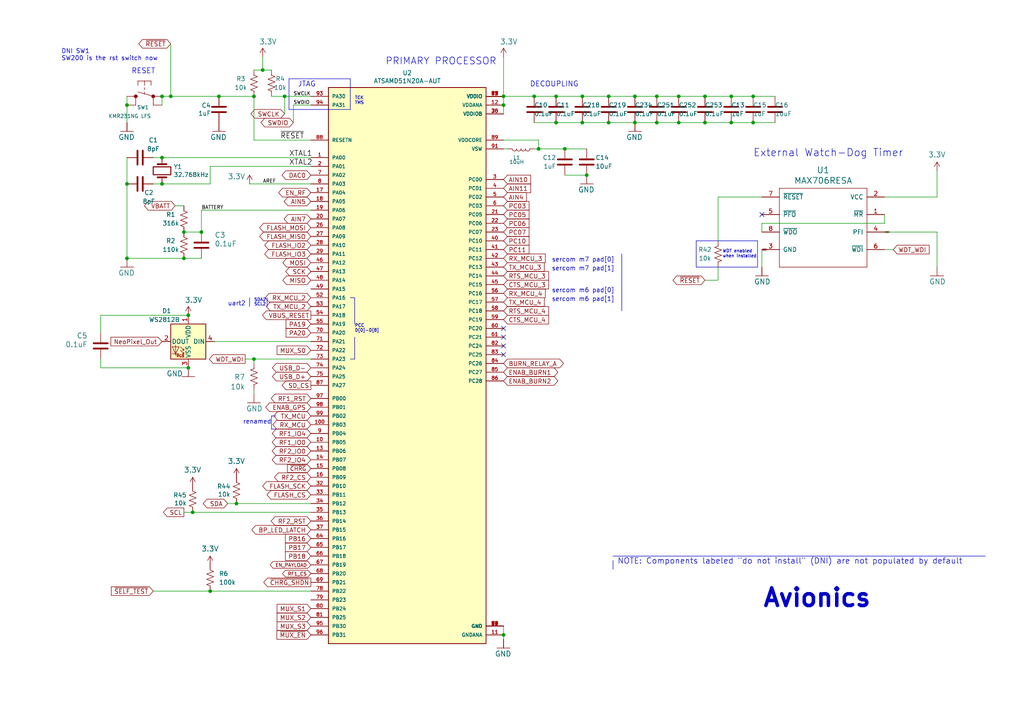
<source format=kicad_sch>
(kicad_sch (version 20230121) (generator eeschema)
  (paper "A4")
  (title_block (title "PyCubed Mainboard") (date "2021-06-09") (rev "v05c") (company "Max Holliday"))
  (lib_symbols
    (symbol "Device:C" (pin_numbers hide) (pin_names (offset 0.254))
      (property "Reference" "C" (at 0.635 2.54 0))
      (property "Value" "C" (at 0.635 -2.54 0))
      (symbol "C_0_1"
        (polyline (pts (xy -2.032 -0.762) (xy 2.032 -0.762)) (stroke (width 0.508)))
        (polyline (pts (xy -2.032 0.762) (xy 2.032 0.762)) (stroke (width 0.508)))
      )
      (symbol "C_1_1"
        (pin passive line (at 0 3.81 270) (length 2.794) (name "~") (number "1"))
        (pin passive line (at 0 -3.81 90) (length 2.794) (name "~") (number "2"))
      )
    )
    (symbol "Device:Crystal" (pin_numbers hide) (pin_names (offset 1.016) hide)
      (property "Reference" "Y" (at 0 3.81 0))
      (property "Value" "Crystal" (at 0 -3.81 0))
      (symbol "Crystal_0_1"
        (rectangle (start -1.143 2.54) (end 1.143 -2.54) (stroke (width 0.3048)))
        (polyline (pts (xy -2.54 0) (xy -1.905 0)))
        (polyline (pts (xy -1.905 -1.27) (xy -1.905 1.27)) (stroke (width 0.508)))
        (polyline (pts (xy 1.905 -1.27) (xy 1.905 1.27)) (stroke (width 0.508)))
        (polyline (pts (xy 2.54 0) (xy 1.905 0)))
      )
      (symbol "Crystal_1_1"
        (pin passive line (at -3.81 0 0) (length 1.27) (name "1") (number "1"))
        (pin passive line (at 3.81 0 180) (length 1.27) (name "2") (number "2"))
      )
    )
    (symbol "Device:L" (pin_numbers hide) (pin_names (offset 1.016) hide)
      (property "Reference" "L" (at -1.27 0 90))
      (property "Value" "L" (at 1.905 0 90))
      (symbol "L_0_1"
        (arc (start 0 -2.54) (mid 0.6323 -1.905) (end 0 -1.27))
        (arc (start 0 -1.27) (mid 0.6323 -0.635) (end 0 0))
        (arc (start 0 0) (mid 0.6323 0.635) (end 0 1.27))
        (arc (start 0 1.27) (mid 0.6323 1.905) (end 0 2.54))
      )
      (symbol "L_1_1"
        (pin passive line (at 0 3.81 270) (length 1.27) (name "1") (number "1"))
        (pin passive line (at 0 -3.81 90) (length 1.27) (name "2") (number "2"))
      )
    )
    (symbol "Device:R_US" (pin_numbers hide) (pin_names (offset 0))
      (property "Reference" "R" (at 2.54 0 90))
      (property "Value" "R_US" (at -2.54 0 90))
      (symbol "R_US_0_1"
        (polyline (pts (xy 0 -2.286) (xy 0 -2.54)))
        (polyline (pts (xy 0 2.286) (xy 0 2.54)))
        (polyline (pts (xy 0 -0.762) (xy 1.016 -1.143) (xy 0 -1.524) (xy -1.016 -1.905) (xy 0 -2.286)))
        (polyline (pts (xy 0 0.762) (xy 1.016 0.381) (xy 0 0) (xy -1.016 -0.381) (xy 0 -0.762)))
        (polyline (pts (xy 0 2.286) (xy 1.016 1.905) (xy 0 1.524) (xy -1.016 1.143) (xy 0 0.762)))
      )
      (symbol "R_US_1_1"
        (pin passive line (at 0 3.81 270) (length 1.27) (name "~") (number "1"))
        (pin passive line (at 0 -3.81 90) (length 1.27) (name "~") (number "2"))
      )
    )
    (symbol "mainboard-rescue:WS2812B-LED-mainboard-rescue" (pin_names (offset 0.254))
      (property "Reference" "D" (at 5.08 5.715 0))
      (property "Value" "WS2812B-LED-mainboard-rescue" (at 1.27 -5.715 0))
      (symbol "WS2812B-LED-mainboard-rescue_0_0"
        (text "RGB" (at 2.286 -4.191 0) (effects (font (size 0.762 0.762))))
      )
      (symbol "WS2812B-LED-mainboard-rescue_0_1"
        (polyline (pts (xy 1.27 -3.556) (xy 1.778 -3.556)))
        (polyline (pts (xy 1.27 -2.54) (xy 1.778 -2.54)))
        (polyline (pts (xy 4.699 -3.556) (xy 2.667 -3.556)))
        (polyline (pts (xy 2.286 -2.54) (xy 1.27 -3.556) (xy 1.27 -3.048)))
        (polyline (pts (xy 2.286 -1.524) (xy 1.27 -2.54) (xy 1.27 -2.032)))
        (polyline (pts (xy 3.683 -1.016) (xy 3.683 -3.556) (xy 3.683 -4.064)))
        (polyline (pts (xy 4.699 -1.524) (xy 2.667 -1.524) (xy 3.683 -3.556) (xy 4.699 -1.524)))
        (rectangle (start 5.08 5.08) (end -5.08 -5.08) (stroke (width 0.254)) (fill (type background)))
      )
      (symbol "WS2812B-LED-mainboard-rescue_1_1"
        (pin power_in line (at 0 7.62 270) (length 2.54) (name "VDD") (number "1"))
        (pin output line (at 7.62 0 180) (length 2.54) (name "DOUT") (number "2"))
        (pin power_in line (at 0 -7.62 90) (length 2.54) (name "VSS") (number "3"))
        (pin input line (at -7.62 0 0) (length 2.54) (name "DIN") (number "4"))
      )
    )
    (symbol "mainboard:3.3V" (power) (pin_names (offset 1.016))
      (property "Value" "3.3V" (at -1.016 3.556 0))
      (symbol "3.3V_1_0"
        (polyline (pts (xy 0 2.54) (xy -0.762 1.27)))
        (polyline (pts (xy 0.762 1.27) (xy 0 2.54)))
        (pin power_in line (at 0 0 90) (length 2.54) (name "3.3V") (number "1"))
      )
    )
    (symbol "mainboard:GND" (power) (pin_names (offset 1.016))
      (property "Value" "GND" (at -2.54 -2.54 0))
      (symbol "GND_1_0"
        (polyline (pts (xy -1.905 0) (xy 1.905 0)))
        (pin power_in line (at 0 2.54 270) (length 2.54) (name "GND") (number "1"))
      )
    )
    (symbol "mainboard:MAX708RESA-T" (pin_names (offset 1.016))
      (property "Reference" "U" (at 15.5956 9.1186 0))
      (property "Value" "MAX708RESA-T" (at 14.9606 6.5786 0))
      (symbol "MAX708RESA-T_1_0"
        (polyline (pts (xy 7.62 -17.78) (xy 33.02 -17.78)))
        (polyline (pts (xy 7.62 5.08) (xy 7.62 -17.78)))
        (polyline (pts (xy 33.02 -17.78) (xy 33.02 5.08)))
        (polyline (pts (xy 33.02 5.08) (xy 7.62 5.08)))
        (pin input line (at 2.54 -2.54 0) (length 5.08) (name "~{MR}") (number "1"))
        (pin power_in line (at 2.54 2.54 0) (length 5.08) (name "VCC") (number "2"))
        (pin power_in line (at 38.1 -12.7 180) (length 5.08) (name "GND") (number "3"))
        (pin input line (at 2.54 -7.62 0) (length 5.08) (name "PFI") (number "4"))
        (pin output line (at 38.1 -2.54 180) (length 5.08) (name "~{PFO}") (number "5"))
        (pin input line (at 2.54 -12.7 0) (length 5.08) (name "~{WDI}") (number "6"))
        (pin output line (at 38.1 2.54 180) (length 5.08) (name "~{RESET}") (number "7"))
        (pin output line (at 38.1 -7.62 180) (length 5.08) (name "~{WDO}") (number "8"))
      )
    )
    (symbol "mainboard:SWITCH_SMT4.6X2.8" (pin_names (offset 1.016))
      (property "Reference" "SW" (at -2.54 6.35 0))
      (property "Value" "SWITCH_SMT4.6X2.8" (at -2.54 -5.08 0))
      (symbol "SWITCH_SMT4.6X2.8_1_0"
        (circle (center -2.54 0) (radius 0.127) (stroke (width 0.4064)))
        (polyline (pts (xy -2.54 -2.54) (xy -2.54 0)))
        (polyline (pts (xy -2.54 0) (xy 1.905 1.27)))
        (polyline (pts (xy -1.905 4.445) (xy -1.905 3.175)))
        (polyline (pts (xy 0 1.27) (xy 0 0.635)))
        (polyline (pts (xy 0 2.54) (xy 0 1.905)))
        (polyline (pts (xy 0 4.445) (xy -1.905 4.445)))
        (polyline (pts (xy 0 4.445) (xy 0 3.175)))
        (polyline (pts (xy 1.905 0) (xy 2.54 0)))
        (polyline (pts (xy 1.905 4.445) (xy 0 4.445)))
        (polyline (pts (xy 1.905 4.445) (xy 1.905 3.175)))
        (polyline (pts (xy 2.54 -2.54) (xy 2.54 0)))
        (circle (center 2.54 0) (radius 0.127) (stroke (width 0.4064)))
        (pin passive line (at -5.08 0 0) (length 2.54) (name "P") (number "A"))
        (pin passive line (at -5.08 -2.54 0) (length 2.54) (name "P1") (number "A'"))
        (pin passive line (at 5.08 0 180) (length 2.54) (name "S") (number "B"))
        (pin passive line (at 5.08 -2.54 180) (length 2.54) (name "S1") (number "B'"))
      )
    )
    (symbol "mainboard_SLI:ATSAMD51N20A-AUT" (pin_names (offset 1.016))
      (property "Reference" "U" (at -22.86 89.535 0))
      (property "Value" "ATSAMD51N20A-AUT" (at -22.86 -76.2 0))
      (symbol "ATSAMD51N20A-AUT_0_0"
        (rectangle (start -22.86 -72.39) (end 22.86 88.9) (stroke (width 0.254)) (fill (type background)))
        (pin bidirectional line (at -27.94 68.58 0) (length 5.08) (name "PA00") (number "1"))
        (pin bidirectional line (at -27.94 -13.97 0) (length 5.08) (name "PB05") (number "10"))
        (pin bidirectional line (at -27.94 -8.89 0) (length 5.08) (name "PB03") (number "100"))
        (pin power_in line (at 27.94 -69.85 180) (length 5.08) (name "GNDANA") (number "11"))
        (pin power_in line (at 27.94 83.82 180) (length 5.08) (name "VDDANA") (number "12"))
        (pin bidirectional line (at -27.94 -16.51 0) (length 5.08) (name "PB06") (number "13"))
        (pin bidirectional line (at -27.94 -19.05 0) (length 5.08) (name "PB07") (number "14"))
        (pin bidirectional line (at -27.94 -21.59 0) (length 5.08) (name "PB08") (number "15"))
        (pin bidirectional line (at -27.94 -24.13 0) (length 5.08) (name "PB09") (number "16"))
        (pin bidirectional line (at -27.94 58.42 0) (length 5.08) (name "PA04") (number "17"))
        (pin bidirectional line (at -27.94 55.88 0) (length 5.08) (name "PA05") (number "18"))
        (pin bidirectional line (at -27.94 53.34 0) (length 5.08) (name "PA06") (number "19"))
        (pin bidirectional line (at -27.94 66.04 0) (length 5.08) (name "PA01") (number "2"))
        (pin bidirectional line (at -27.94 50.8 0) (length 5.08) (name "PA07") (number "20"))
        (pin bidirectional line (at 27.94 52.07 180) (length 5.08) (name "PC05") (number "21"))
        (pin bidirectional line (at 27.94 49.53 180) (length 5.08) (name "PC06") (number "22"))
        (pin bidirectional line (at 27.94 46.99 180) (length 5.08) (name "PC07") (number "23"))
        (pin power_in line (at 27.94 -67.31 180) (length 5.08) (name "GND") (number "24"))
        (pin power_in line (at 27.94 81.28 180) (length 5.08) (name "VDDIOB") (number "25"))
        (pin bidirectional line (at -27.94 48.26 0) (length 5.08) (name "PA08") (number "26"))
        (pin bidirectional line (at -27.94 45.72 0) (length 5.08) (name "PA09") (number "27"))
        (pin bidirectional line (at -27.94 43.18 0) (length 5.08) (name "PA10") (number "28"))
        (pin bidirectional line (at -27.94 40.64 0) (length 5.08) (name "PA11") (number "29"))
        (pin bidirectional line (at 27.94 62.23 180) (length 5.08) (name "PC00") (number "3"))
        (pin power_in line (at 27.94 81.28 180) (length 5.08) (name "VDDIOB") (number "30"))
        (pin power_in line (at 27.94 -67.31 180) (length 5.08) (name "GND") (number "31"))
        (pin bidirectional line (at -27.94 -26.67 0) (length 5.08) (name "PB10") (number "32"))
        (pin bidirectional line (at -27.94 -29.21 0) (length 5.08) (name "PB11") (number "33"))
        (pin bidirectional line (at -27.94 -31.75 0) (length 5.08) (name "PB12") (number "34"))
        (pin bidirectional line (at -27.94 -34.29 0) (length 5.08) (name "PB13") (number "35"))
        (pin bidirectional line (at -27.94 -36.83 0) (length 5.08) (name "PB14") (number "36"))
        (pin bidirectional line (at -27.94 -39.37 0) (length 5.08) (name "PB15") (number "37"))
        (pin power_in line (at 27.94 -67.31 180) (length 5.08) (name "GND") (number "38"))
        (pin power_in line (at 27.94 86.36 180) (length 5.08) (name "VDDIO") (number "39"))
        (pin bidirectional line (at 27.94 59.69 180) (length 5.08) (name "PC01") (number "4"))
        (pin bidirectional line (at 27.94 44.45 180) (length 5.08) (name "PC10") (number "40"))
        (pin bidirectional line (at 27.94 41.91 180) (length 5.08) (name "PC11") (number "41"))
        (pin bidirectional line (at 27.94 39.37 180) (length 5.08) (name "PC12") (number "42"))
        (pin bidirectional line (at 27.94 36.83 180) (length 5.08) (name "PC13") (number "43"))
        (pin bidirectional line (at 27.94 34.29 180) (length 5.08) (name "PC14") (number "44"))
        (pin bidirectional line (at 27.94 31.75 180) (length 5.08) (name "PC15") (number "45"))
        (pin bidirectional line (at -27.94 38.1 0) (length 5.08) (name "PA12") (number "46"))
        (pin bidirectional line (at -27.94 35.56 0) (length 5.08) (name "PA13") (number "47"))
        (pin bidirectional line (at -27.94 33.02 0) (length 5.08) (name "PA14") (number "48"))
        (pin bidirectional line (at -27.94 30.48 0) (length 5.08) (name "PA15") (number "49"))
        (pin bidirectional line (at 27.94 57.15 180) (length 5.08) (name "PC02") (number "5"))
        (pin power_in line (at 27.94 -67.31 180) (length 5.08) (name "GND") (number "50"))
        (pin power_in line (at 27.94 86.36 180) (length 5.08) (name "VDDIO") (number "51"))
        (pin bidirectional line (at -27.94 27.94 0) (length 5.08) (name "PA16") (number "52"))
        (pin bidirectional line (at -27.94 25.4 0) (length 5.08) (name "PA17") (number "53"))
        (pin bidirectional line (at -27.94 22.86 0) (length 5.08) (name "PA18") (number "54"))
        (pin bidirectional line (at -27.94 20.32 0) (length 5.08) (name "PA19") (number "55"))
        (pin bidirectional line (at 27.94 29.21 180) (length 5.08) (name "PC16") (number "56"))
        (pin bidirectional line (at 27.94 26.67 180) (length 5.08) (name "PC17") (number "57"))
        (pin bidirectional line (at 27.94 24.13 180) (length 5.08) (name "PC18") (number "58"))
        (pin bidirectional line (at 27.94 21.59 180) (length 5.08) (name "PC19") (number "59"))
        (pin bidirectional line (at 27.94 54.61 180) (length 5.08) (name "PC03") (number "6"))
        (pin bidirectional line (at 27.94 19.05 180) (length 5.08) (name "PC20") (number "60"))
        (pin bidirectional line (at 27.94 16.51 180) (length 5.08) (name "PC21") (number "61"))
        (pin power_in line (at 27.94 -67.31 180) (length 5.08) (name "GND") (number "62"))
        (pin power_in line (at 27.94 86.36 180) (length 5.08) (name "VDDIO") (number "63"))
        (pin bidirectional line (at -27.94 -41.91 0) (length 5.08) (name "PB16") (number "64"))
        (pin bidirectional line (at -27.94 -44.45 0) (length 5.08) (name "PB17") (number "65"))
        (pin bidirectional line (at -27.94 -46.99 0) (length 5.08) (name "PB18") (number "66"))
        (pin bidirectional line (at -27.94 -49.53 0) (length 5.08) (name "PB19") (number "67"))
        (pin bidirectional line (at -27.94 -52.07 0) (length 5.08) (name "PB20") (number "68"))
        (pin bidirectional line (at -27.94 -54.61 0) (length 5.08) (name "PB21") (number "69"))
        (pin bidirectional line (at -27.94 63.5 0) (length 5.08) (name "PA02") (number "7"))
        (pin bidirectional line (at -27.94 17.78 0) (length 5.08) (name "PA20") (number "70"))
        (pin bidirectional line (at -27.94 15.24 0) (length 5.08) (name "PA21") (number "71"))
        (pin bidirectional line (at -27.94 12.7 0) (length 5.08) (name "PA22") (number "72"))
        (pin bidirectional line (at -27.94 10.16 0) (length 5.08) (name "PA23") (number "73"))
        (pin bidirectional line (at -27.94 7.62 0) (length 5.08) (name "PA24") (number "74"))
        (pin bidirectional line (at -27.94 5.08 0) (length 5.08) (name "PA25") (number "75"))
        (pin power_in line (at 27.94 -67.31 180) (length 5.08) (name "GND") (number "76"))
        (pin power_in line (at 27.94 86.36 180) (length 5.08) (name "VDDIO") (number "77"))
        (pin bidirectional line (at -27.94 -57.15 0) (length 5.08) (name "PB22") (number "78"))
        (pin bidirectional line (at -27.94 -59.69 0) (length 5.08) (name "PB23") (number "79"))
        (pin bidirectional line (at -27.94 60.96 0) (length 5.08) (name "PA03") (number "8"))
        (pin bidirectional line (at -27.94 -62.23 0) (length 5.08) (name "PB24") (number "80"))
        (pin bidirectional line (at -27.94 -64.77 0) (length 5.08) (name "PB25") (number "81"))
        (pin bidirectional line (at 27.94 13.97 180) (length 5.08) (name "PC24") (number "82"))
        (pin bidirectional line (at 27.94 11.43 180) (length 5.08) (name "PC25") (number "83"))
        (pin bidirectional line (at 27.94 8.89 180) (length 5.08) (name "PC26") (number "84"))
        (pin bidirectional line (at 27.94 6.35 180) (length 5.08) (name "PC27") (number "85"))
        (pin bidirectional line (at 27.94 3.81 180) (length 5.08) (name "PC28") (number "86"))
        (pin bidirectional line (at -27.94 2.54 0) (length 5.08) (name "PA27") (number "87"))
        (pin input line (at -27.94 73.66 0) (length 5.08) (name "RESETN") (number "88"))
        (pin power_in line (at 27.94 73.66 180) (length 5.08) (name "VDDCORE") (number "89"))
        (pin bidirectional line (at -27.94 -11.43 0) (length 5.08) (name "PB04") (number "9"))
        (pin power_in line (at 27.94 -67.31 180) (length 5.08) (name "GND") (number "90"))
        (pin bidirectional line (at 27.94 71.12 180) (length 5.08) (name "VSW") (number "91"))
        (pin power_in line (at 27.94 86.36 180) (length 5.08) (name "VDDIO") (number "92"))
        (pin bidirectional line (at -27.94 86.36 0) (length 5.08) (name "PA30") (number "93"))
        (pin bidirectional line (at -27.94 83.82 0) (length 5.08) (name "PA31") (number "94"))
        (pin bidirectional line (at -27.94 -67.31 0) (length 5.08) (name "PB30") (number "95"))
        (pin bidirectional line (at -27.94 -69.85 0) (length 5.08) (name "PB31") (number "96"))
        (pin bidirectional line (at -27.94 -1.27 0) (length 5.08) (name "PB00") (number "97"))
        (pin bidirectional line (at -27.94 -3.81 0) (length 5.08) (name "PB01") (number "98"))
        (pin bidirectional line (at -27.94 -6.35 0) (length 5.08) (name "PB02") (number "99"))
      )
    )
  )
  (junction (at 212.09 27.94))
  (junction (at 168.91 27.94))
  (junction (at 82.55 27.94))
  (junction (at 196.85 35.56))
  (junction (at 170.18 50.8))
  (junction (at 156.21 43.18))
  (junction (at 36.83 74.93))
  (junction (at 176.53 35.56))
  (junction (at 176.53 27.94))
  (junction (at 212.09 35.56))
  (junction (at 146.05 30.48))
  (junction (at 53.34 67.31))
  (junction (at 54.61 91.44))
  (junction (at 54.61 106.68))
  (junction (at 76.2 20.32))
  (junction (at 190.5 35.56))
  (junction (at 184.15 35.56))
  (junction (at 73.66 27.94))
  (junction (at 55.88 148.59))
  (junction (at 190.5 27.94))
  (junction (at 53.34 74.93))
  (junction (at 218.44 35.56))
  (junction (at 68.58 146.05))
  (junction (at 184.15 27.94))
  (junction (at 204.47 27.94))
  (junction (at 196.85 27.94))
  (junction (at 46.99 27.94))
  (junction (at 161.29 35.56))
  (junction (at 63.5 27.94))
  (junction (at 49.53 27.94))
  (junction (at 161.29 27.94))
  (junction (at 60.96 171.45))
  (junction (at 46.99 45.72))
  (junction (at 163.83 43.18))
  (junction (at 218.44 27.94))
  (junction (at 46.99 53.34))
  (junction (at 204.47 35.56))
  (junction (at 154.94 27.94))
  (junction (at 58.42 67.31))
  (junction (at 73.66 104.14))
  (junction (at 146.05 27.94))
  (junction (at 36.83 53.34))
  (junction (at 36.83 30.48))
  (junction (at 146.05 184.15))
  (junction (at 168.91 35.56))
  (no_connect (at 220.98 62.23))
  (no_connect (at 146.05 100.33))
  (no_connect (at 146.05 102.87))
  (no_connect (at 146.05 97.79))
  (no_connect (at 146.05 95.25))
  (wire (pts (xy 63.5 27.94) (xy 73.66 27.94)))
  (wire (pts (xy 90.17 146.05) (xy 68.58 146.05)))
  (wire (pts (xy 49.53 12.7) (xy 49.53 27.94)))
  (wire (pts (xy 49.53 27.94) (xy 63.5 27.94)))
  (wire (pts (xy 50.8 59.69) (xy 53.34 59.69)))
  (wire (pts (xy 163.83 50.8) (xy 170.18 50.8)))
  (wire (pts (xy 156.21 40.64) (xy 156.21 43.18)))
  (wire (pts (xy 204.47 81.28) (xy 208.28 81.28)))
  (polyline (pts (xy 101.6 22.86) (xy 83.82 22.86)))
  (polyline (pts (xy 83.82 22.86) (xy 83.82 31.75)))
  (wire (pts (xy 73.66 20.32) (xy 76.2 20.32)))
  (polyline (pts (xy 78.74 124.46) (xy 80.01 124.46)))
  (wire (pts (xy 208.28 81.28) (xy 208.28 77.47)))
  (wire (pts (xy 29.21 106.68) (xy 29.21 104.14)))
  (wire (pts (xy 46.99 53.34) (xy 60.96 53.34)))
  (wire (pts (xy 271.78 57.15) (xy 271.78 49.53)))
  (wire (pts (xy 66.04 146.05) (xy 68.58 146.05)))
  (wire (pts (xy 184.15 35.56) (xy 190.5 35.56)))
  (wire (pts (xy 220.98 72.39) (xy 220.98 77.47)))
  (wire (pts (xy 146.05 43.18) (xy 147.32 43.18)))
  (wire (pts (xy 76.2 16.51) (xy 76.2 20.32)))
  (wire (pts (xy 62.23 99.06) (xy 90.17 99.06)))
  (wire (pts (xy 90.17 40.64) (xy 73.66 40.64)))
  (polyline (pts (xy 177.8 165.1) (xy 177.8 162.56)))
  (wire (pts (xy 73.66 113.03) (xy 73.66 114.3)))
  (wire (pts (xy 146.05 27.94) (xy 154.94 27.94)))
  (wire (pts (xy 154.94 35.56) (xy 161.29 35.56)))
  (wire (pts (xy 168.91 27.94) (xy 176.53 27.94)))
  (wire (pts (xy 60.96 48.26) (xy 90.17 48.26)))
  (wire (pts (xy 208.28 57.15) (xy 208.28 69.85)))
  (wire (pts (xy 271.78 57.15) (xy 256.54 57.15)))
  (wire (pts (xy 71.12 104.14) (xy 73.66 104.14)))
  (polyline (pts (xy 219.71 77.47) (xy 201.93 77.47)))
  (wire (pts (xy 36.83 30.48) (xy 36.83 35.56)))
  (wire (pts (xy 53.34 67.31) (xy 58.42 67.31)))
  (wire (pts (xy 212.09 35.56) (xy 218.44 35.56)))
  (polyline (pts (xy 102.87 86.36) (xy 102.87 93.98)))
  (polyline (pts (xy 180.34 73.66) (xy 180.34 90.17)))
  (wire (pts (xy 161.29 35.56) (xy 168.91 35.56)))
  (wire (pts (xy 29.21 106.68) (xy 54.61 106.68)))
  (wire (pts (xy 53.34 148.59) (xy 55.88 148.59)))
  (wire (pts (xy 220.98 67.31) (xy 220.98 64.77)))
  (polyline (pts (xy 78.74 120.65) (xy 78.74 124.46)))
  (wire (pts (xy 36.83 27.94) (xy 36.83 30.48)))
  (wire (pts (xy 146.05 27.94) (xy 146.05 16.51)))
  (wire (pts (xy 163.83 43.18) (xy 170.18 43.18)))
  (wire (pts (xy 44.45 53.34) (xy 46.99 53.34)))
  (wire (pts (xy 46.99 30.48) (xy 46.99 27.94)))
  (wire (pts (xy 168.91 35.56) (xy 176.53 35.56)))
  (wire (pts (xy 161.29 27.94) (xy 168.91 27.94)))
  (wire (pts (xy 220.98 64.77) (xy 256.54 64.77)))
  (polyline (pts (xy 177.8 161.29) (xy 285.75 161.29)))
  (polyline (pts (xy 83.82 31.75) (xy 101.6 31.75)))
  (wire (pts (xy 60.96 53.34) (xy 60.96 48.26)))
  (polyline (pts (xy 78.74 120.65) (xy 80.01 120.65)))
  (wire (pts (xy 73.66 104.14) (xy 73.66 105.41)))
  (wire (pts (xy 60.96 171.45) (xy 90.17 171.45)))
  (wire (pts (xy 44.45 45.72) (xy 46.99 45.72)))
  (wire (pts (xy 146.05 33.02) (xy 146.05 30.48)))
  (wire (pts (xy 156.21 43.18) (xy 163.83 43.18)))
  (wire (pts (xy 58.42 60.96) (xy 90.17 60.96)))
  (wire (pts (xy 218.44 35.56) (xy 224.79 35.56)))
  (wire (pts (xy 58.42 74.93) (xy 53.34 74.93)))
  (wire (pts (xy 190.5 27.94) (xy 196.85 27.94)))
  (wire (pts (xy 259.08 72.39) (xy 256.54 72.39)))
  (wire (pts (xy 154.94 43.18) (xy 156.21 43.18)))
  (polyline (pts (xy 102.87 104.14) (xy 102.87 97.79)))
  (wire (pts (xy 78.74 27.94) (xy 82.55 27.94)))
  (wire (pts (xy 256.54 64.77) (xy 256.54 62.23)))
  (wire (pts (xy 90.17 148.59) (xy 55.88 148.59)))
  (wire (pts (xy 29.21 91.44) (xy 54.61 91.44)))
  (wire (pts (xy 36.83 45.72) (xy 36.83 53.34)))
  (wire (pts (xy 36.83 53.34) (xy 36.83 74.93)))
  (wire (pts (xy 271.78 67.31) (xy 271.78 77.47)))
  (wire (pts (xy 46.99 27.94) (xy 49.53 27.94)))
  (wire (pts (xy 146.05 40.64) (xy 156.21 40.64)))
  (wire (pts (xy 154.94 27.94) (xy 161.29 27.94)))
  (wire (pts (xy 73.66 104.14) (xy 90.17 104.14)))
  (wire (pts (xy 196.85 27.94) (xy 204.47 27.94)))
  (wire (pts (xy 146.05 30.48) (xy 146.05 27.94)))
  (polyline (pts (xy 72.39 86.36) (xy 72.39 88.9)))
  (wire (pts (xy 146.05 181.61) (xy 146.05 184.15)))
  (polyline (pts (xy 101.6 104.14) (xy 102.87 104.14)))
  (wire (pts (xy 190.5 35.56) (xy 196.85 35.56)))
  (wire (pts (xy 218.44 27.94) (xy 224.79 27.94)))
  (polyline (pts (xy 77.47 88.9) (xy 77.47 86.36)))
  (wire (pts (xy 82.55 33.02) (xy 82.55 27.94)))
  (wire (pts (xy 204.47 35.56) (xy 212.09 35.56)))
  (wire (pts (xy 58.42 67.31) (xy 58.42 60.96)))
  (wire (pts (xy 212.09 27.94) (xy 218.44 27.94)))
  (wire (pts (xy 184.15 27.94) (xy 190.5 27.94)))
  (wire (pts (xy 72.39 53.34) (xy 90.17 53.34)))
  (wire (pts (xy 85.09 30.48) (xy 90.17 30.48)))
  (wire (pts (xy 73.66 27.94) (xy 73.66 40.64)))
  (wire (pts (xy 204.47 27.94) (xy 212.09 27.94)))
  (wire (pts (xy 176.53 27.94) (xy 184.15 27.94)))
  (wire (pts (xy 256.54 67.31) (xy 271.78 67.31)))
  (polyline (pts (xy 201.93 69.85) (xy 219.71 69.85)))
  (wire (pts (xy 46.99 45.72) (xy 90.17 45.72)))
  (wire (pts (xy 29.21 96.52) (xy 29.21 91.44)))
  (polyline (pts (xy 101.6 86.36) (xy 102.87 86.36)))
  (wire (pts (xy 44.45 171.45) (xy 60.96 171.45)))
  (wire (pts (xy 196.85 35.56) (xy 204.47 35.56)))
  (wire (pts (xy 146.05 184.15) (xy 146.05 185.42)))
  (wire (pts (xy 220.98 57.15) (xy 208.28 57.15)))
  (wire (pts (xy 176.53 35.56) (xy 184.15 35.56)))
  (polyline (pts (xy 101.6 31.75) (xy 101.6 22.86)))
  (polyline (pts (xy 201.93 77.47) (xy 201.93 69.85)))
  (wire (pts (xy 85.09 30.48) (xy 85.09 35.56)))
  (wire (pts (xy 53.34 74.93) (xy 36.83 74.93)))
  (wire (pts (xy 82.55 27.94) (xy 90.17 27.94)))
  (polyline (pts (xy 219.71 69.85) (xy 219.71 77.47)))
  (wire (pts (xy 76.2 20.32) (xy 78.74 20.32)))
  (text "sercom m7 pad[1]" (at 160.02 78.74 0) (effects (font (size 1.27 1.27)) (justify left bottom)))
  (text "uart2" (at 66.04 88.9 0) (effects (font (size 1.27 1.27)) (justify left bottom)))
  (text "SDA2" (at 73.66 87.63 0) (effects (font (size 0.889 0.889)) (justify left bottom)))
  (text "DNI SW1\nSW200 is the rst switch now" (at 17.78 17.78 0) (effects (font (size 1.27 1.27)) (justify left bottom)))
  (text "sercom m6 pad[0]" (at 160.02 85.09 0) (effects (font (size 1.27 1.27)) (justify left bottom)))
  (text "TCK\nTMS" (at 102.87 30.48 0) (effects (font (size 0.889 0.889)) (justify left bottom)))
  (text "NOTE: Components labeled \"do not install\" (DNI) are not populated by default" (at 179.07 163.83 0) (effects (font (size 1.651 1.651)) (justify left bottom)))
  (text "SCL2" (at 73.66 88.9 0) (effects (font (size 0.889 0.889)) (justify left bottom)))
  (text "DECOUPLING\n" (at 153.67 25.4 0) (effects (font (size 1.4986 1.4986)) (justify left bottom)))
  (text "renamed" (at 78.74 123.19 0) (effects (font (size 1.27 1.27)) (justify right bottom)))
  (text "Avionics" (at 220.98 176.53 0) (effects (font (size 5.08 5.08) (thickness 1.016) bold) (justify left bottom)))
  (text "WDT enabled\nwhen installed" (at 209.55 74.93 0) (effects (font (size 0.889 0.889)) (justify left bottom)))
  (text "JTAG\n" (at 86.36 25.4 0) (effects (font (size 1.4986 1.4986)) (justify left bottom)))
  (text "External Watch-Dog Timer" (at 218.44 45.72 0) (effects (font (size 2.159 2.159)) (justify left bottom)))
  (text "PRIMARY PROCESSOR" (at 111.76 19.05 0) (effects (font (size 2.0066 2.0066)) (justify left bottom)))
  (text "sercom m7 pad[0]" (at 160.02 76.2 0) (effects (font (size 1.27 1.27)) (justify left bottom)))
  (text "RESET" (at 38.1 21.59 0) (effects (font (size 1.4986 1.4986)) (justify left bottom)))
  (text "sercom m6 pad[1]" (at 160.02 87.63 0) (effects (font (size 1.27 1.27)) (justify left bottom)))
  (text "PCC\nD[0]-D[8]" (at 102.87 96.52 0) (effects (font (size 0.889 0.889)) (justify left bottom)))
  (label "BATTERY" (at 58.42 60.96 0) (effects (font (size 1.016 1.016))))
  (label "AREF" (at 76.2 53.34 0) (effects (font (size 1.016 1.016))))
  (label "XTAL2" (at 83.82 48.26 0) (effects (font (size 1.524 1.524))))
  (label "XTAL1" (at 83.82 45.72 0) (effects (font (size 1.524 1.524))))
  (label "SWDIO" (at 85.09 30.48 0) (effects (font (size 0.9906 0.9906))))
  (label "SWCLK" (at 85.09 27.94 0) (effects (font (size 0.9906 0.9906))))
  (label "~{RESET}" (at 81.28 40.64 0) (effects (font (size 1.4986 1.4986))))
  (global_label "AIN7" (shape bidirectional) (at 90.17 63.5 180) (property "Intersheetrefs" "${INTERSHEET_REFS}" (effects hide)))
  (global_label "ENAB_BURN1" (shape bidirectional) (at 146.05 107.95 0) (property "Intersheetrefs" "${INTERSHEET_REFS}" (effects hide)))
  (global_label "MUX_S2" (shape input) (at 90.17 179.07 180) (property "Intersheetrefs" "${INTERSHEET_REFS}" (effects hide)))
  (global_label "SWCLK" (shape bidirectional) (at 82.55 33.02 180) (property "Intersheetrefs" "${INTERSHEET_REFS}" (effects hide)))
  (global_label "PC03" (shape input) (at 146.05 59.69 0) (property "Intersheetrefs" "${INTERSHEET_REFS}" (effects hide)))
  (global_label "RTS_MCU_3" (shape input) (at 146.05 80.01 0) (property "Intersheetrefs" "${INTERSHEET_REFS}" (effects hide)))
  (global_label "MOSI" (shape bidirectional) (at 90.17 76.2 180) (property "Intersheetrefs" "${INTERSHEET_REFS}" (effects hide)))
  (global_label "RF2_CS" (shape bidirectional) (at 90.17 138.43 180) (property "Intersheetrefs" "${INTERSHEET_REFS}" (effects hide)))
  (global_label "PC10" (shape input) (at 146.05 69.85 0) (property "Intersheetrefs" "${INTERSHEET_REFS}" (effects hide)))
  (global_label "AIN11" (shape input) (at 146.05 54.61 0) (property "Intersheetrefs" "${INTERSHEET_REFS}" (effects hide)))
  (global_label "PB16" (shape input) (at 90.17 156.21 180) (property "Intersheetrefs" "${INTERSHEET_REFS}" (effects hide)))
  (global_label "SDA" (shape bidirectional) (at 66.04 146.05 180) (property "Intersheetrefs" "${INTERSHEET_REFS}" (effects hide)))
  (global_label "~{MUX_EN}" (shape input) (at 90.17 184.15 180) (property "Intersheetrefs" "${INTERSHEET_REFS}" (effects hide)))
  (global_label "RF1_CS" (shape bidirectional) (at 90.17 166.37 180) (effects (font (size 0.9906 0.9906))) (property "Intersheetrefs" "${INTERSHEET_REFS}" (effects hide)))
  (global_label "SD_CS" (shape output) (at 90.17 111.76 180) (property "Intersheetrefs" "${INTERSHEET_REFS}" (effects hide)))
  (global_label "MUX_S1" (shape input) (at 90.17 176.53 180) (property "Intersheetrefs" "${INTERSHEET_REFS}" (effects hide)))
  (global_label "EN_PAYLOAD" (shape bidirectional) (at 90.17 163.83 180) (effects (font (size 0.9906 0.9906))) (property "Intersheetrefs" "${INTERSHEET_REFS}" (effects hide)))
  (global_label "SCK" (shape bidirectional) (at 90.17 78.74 180) (property "Intersheetrefs" "${INTERSHEET_REFS}" (effects hide)))
  (global_label "MUX_S3" (shape input) (at 90.17 181.61 180) (property "Intersheetrefs" "${INTERSHEET_REFS}" (effects hide)))
  (global_label "RF1_RST" (shape bidirectional) (at 90.17 115.57 180) (property "Intersheetrefs" "${INTERSHEET_REFS}" (effects hide)))
  (global_label "WDT_WDI" (shape output) (at 71.12 104.14 180) (property "Intersheetrefs" "${INTERSHEET_REFS}" (effects hide)))
  (global_label "AIN5" (shape bidirectional) (at 90.17 58.42 180) (property "Intersheetrefs" "${INTERSHEET_REFS}" (effects hide)))
  (global_label "VBUS_RESET" (shape output) (at 90.17 91.44 180) (property "Intersheetrefs" "${INTERSHEET_REFS}" (effects hide)))
  (global_label "MISO" (shape bidirectional) (at 90.17 81.28 180) (property "Intersheetrefs" "${INTERSHEET_REFS}" (effects hide)))
  (global_label "RF1_IO4" (shape bidirectional) (at 90.17 125.73 180) (property "Intersheetrefs" "${INTERSHEET_REFS}" (effects hide)))
  (global_label "PC11" (shape input) (at 146.05 72.39 0) (property "Intersheetrefs" "${INTERSHEET_REFS}" (effects hide)))
  (global_label "CTS_MCU_3" (shape input) (at 146.05 82.55 0) (property "Intersheetrefs" "${INTERSHEET_REFS}" (effects hide)))
  (global_label "RF2_IO4" (shape bidirectional) (at 90.17 133.35 180) (property "Intersheetrefs" "${INTERSHEET_REFS}" (effects hide)))
  (global_label "DAC0" (shape bidirectional) (at 90.17 50.8 180) (property "Intersheetrefs" "${INTERSHEET_REFS}" (effects hide)))
  (global_label "EN_RF" (shape bidirectional) (at 90.17 55.88 180) (property "Intersheetrefs" "${INTERSHEET_REFS}" (effects hide)))
  (global_label "PB17" (shape input) (at 90.17 158.75 180) (property "Intersheetrefs" "${INTERSHEET_REFS}" (effects hide)))
  (global_label "FLASH_MISO" (shape bidirectional) (at 90.17 68.58 180) (property "Intersheetrefs" "${INTERSHEET_REFS}" (effects hide)))
  (global_label "PA20" (shape input) (at 90.17 96.52 180) (property "Intersheetrefs" "${INTERSHEET_REFS}" (effects hide)))
  (global_label "SWDIO" (shape bidirectional) (at 85.09 35.56 180) (property "Intersheetrefs" "${INTERSHEET_REFS}" (effects hide)))
  (global_label "PA19" (shape input) (at 90.17 93.98 180) (property "Intersheetrefs" "${INTERSHEET_REFS}" (effects hide)))
  (global_label "RTS_MCU_4" (shape input) (at 146.05 90.17 0) (property "Intersheetrefs" "${INTERSHEET_REFS}" (effects hide)))
  (global_label "RX_MCU_3" (shape input) (at 146.05 74.93 0) (property "Intersheetrefs" "${INTERSHEET_REFS}" (effects hide)))
  (global_label "FLASH_SCK" (shape bidirectional) (at 90.17 140.97 180) (property "Intersheetrefs" "${INTERSHEET_REFS}" (effects hide)))
  (global_label "FLASH_IO3" (shape bidirectional) (at 90.17 73.66 180) (property "Intersheetrefs" "${INTERSHEET_REFS}" (effects hide)))
  (global_label "~{CHRG_SHDN}" (shape output) (at 90.17 168.91 180) (property "Intersheetrefs" "${INTERSHEET_REFS}" (effects hide)))
  (global_label "BURN_RELAY_A" (shape bidirectional) (at 146.05 105.41 0) (property "Intersheetrefs" "${INTERSHEET_REFS}" (effects hide)))
  (global_label "FLASH_CS" (shape bidirectional) (at 90.17 143.51 180) (property "Intersheetrefs" "${INTERSHEET_REFS}" (effects hide)))
  (global_label "USB_D-" (shape bidirectional) (at 90.17 106.68 180) (property "Intersheetrefs" "${INTERSHEET_REFS}" (effects hide)))
  (global_label "RX_MCU_2" (shape bidirectional) (at 90.17 86.36 180) (property "Intersheetrefs" "${INTERSHEET_REFS}" (effects hide)))
  (global_label "MUX_S0" (shape input) (at 90.17 101.6 180) (property "Intersheetrefs" "${INTERSHEET_REFS}" (effects hide)))
  (global_label "AIN10" (shape input) (at 146.05 52.07 0) (property "Intersheetrefs" "${INTERSHEET_REFS}" (effects hide)))
  (global_label "FLASH_IO2" (shape bidirectional) (at 90.17 71.12 180) (property "Intersheetrefs" "${INTERSHEET_REFS}" (effects hide)))
  (global_label "TX_MCU_4" (shape input) (at 146.05 87.63 0) (property "Intersheetrefs" "${INTERSHEET_REFS}" (effects hide)))
  (global_label "WDT_WDI" (shape input) (at 259.08 72.39 0) (property "Intersheetrefs" "${INTERSHEET_REFS}" (effects hide)))
  (global_label "AIN4" (shape input) (at 146.05 57.15 0) (property "Intersheetrefs" "${INTERSHEET_REFS}" (effects hide)))
  (global_label "ENAB_GPS" (shape bidirectional) (at 90.17 118.11 180) (property "Intersheetrefs" "${INTERSHEET_REFS}" (effects hide)))
  (global_label "VBATT" (shape bidirectional) (at 50.8 59.69 180) (property "Intersheetrefs" "${INTERSHEET_REFS}" (effects hide)))
  (global_label "TX_MCU_2" (shape bidirectional) (at 90.17 88.9 180) (property "Intersheetrefs" "${INTERSHEET_REFS}" (effects hide)))
  (global_label "~{RESET}" (shape bidirectional) (at 49.53 12.7 180) (property "Intersheetrefs" "${INTERSHEET_REFS}" (effects hide)))
  (global_label "~{CHRG}" (shape input) (at 90.17 135.89 180) (effects (font (size 1.143 1.143))) (property "Intersheetrefs" "${INTERSHEET_REFS}" (effects hide)))
  (global_label "PC07" (shape input) (at 146.05 67.31 0) (property "Intersheetrefs" "${INTERSHEET_REFS}" (effects hide)))
  (global_label "SCL" (shape output) (at 53.34 148.59 180) (property "Intersheetrefs" "${INTERSHEET_REFS}" (effects hide)))
  (global_label "ENAB_BURN2" (shape bidirectional) (at 146.05 110.49 0) (property "Intersheetrefs" "${INTERSHEET_REFS}" (effects hide)))
  (global_label "PB18" (shape input) (at 90.17 161.29 180) (property "Intersheetrefs" "${INTERSHEET_REFS}" (effects hide)))
  (global_label "TX_MCU_3" (shape input) (at 146.05 77.47 0) (property "Intersheetrefs" "${INTERSHEET_REFS}" (effects hide)))
  (global_label "RX_MCU_4" (shape input) (at 146.05 85.09 0) (property "Intersheetrefs" "${INTERSHEET_REFS}" (effects hide)))
  (global_label "NeoPixel_Out" (shape input) (at 46.99 99.06 180) (property "Intersheetrefs" "${INTERSHEET_REFS}" (effects hide)))
  (global_label "CTS_MCU_4" (shape input) (at 146.05 92.71 0) (property "Intersheetrefs" "${INTERSHEET_REFS}" (effects hide)))
  (global_label "GND" (shape bidirectional) (at 256.54 67.31 0) (effects (font (size 0.254 0.254))) (property "Intersheetrefs" "${INTERSHEET_REFS}" (effects hide)))
  (global_label "TX_MCU" (shape bidirectional) (at 90.17 120.65 180) (property "Intersheetrefs" "${INTERSHEET_REFS}" (effects hide)))
  (global_label "~{SELF_TEST}" (shape input) (at 44.45 171.45 180) (property "Intersheetrefs" "${INTERSHEET_REFS}" (effects hide)))
  (global_label "BP_LED_LATCH" (shape bidirectional) (at 90.17 153.67 180) (property "Intersheetrefs" "${INTERSHEET_REFS}" (effects hide)))
  (global_label "PC06" (shape input) (at 146.05 64.77 0) (property "Intersheetrefs" "${INTERSHEET_REFS}" (effects hide)))
  (global_label "USB_D+" (shape bidirectional) (at 90.17 109.22 180) (property "Intersheetrefs" "${INTERSHEET_REFS}" (effects hide)))
  (global_label "RF2_IO0" (shape bidirectional) (at 90.17 130.81 180) (property "Intersheetrefs" "${INTERSHEET_REFS}" (effects hide)))
  (global_label "~{RESET}" (shape bidirectional) (at 204.47 81.28 180) (property "Intersheetrefs" "${INTERSHEET_REFS}" (effects hide)))
  (global_label "RX_MCU" (shape bidirectional) (at 90.17 123.19 180) (property "Intersheetrefs" "${INTERSHEET_REFS}" (effects hide)))
  (global_label "GND" (shape bidirectional) (at 220.98 72.39 0) (effects (font (size 0.254 0.254))) (property "Intersheetrefs" "${INTERSHEET_REFS}" (effects hide)))
  (global_label "RF1_IO0" (shape bidirectional) (at 90.17 128.27 180) (property "Intersheetrefs" "${INTERSHEET_REFS}" (effects hide)))
  (global_label "FLASH_MOSI" (shape bidirectional) (at 90.17 66.04 180) (property "Intersheetrefs" "${INTERSHEET_REFS}" (effects hide)))
  (global_label "RF2_RST" (shape bidirectional) (at 90.17 151.13 180) (property "Intersheetrefs" "${INTERSHEET_REFS}" (effects hide)))
  (global_label "PC05" (shape input) (at 146.05 62.23 0) (property "Intersheetrefs" "${INTERSHEET_REFS}" (effects hide)))
  (symbol (lib_id "mainboard:GND") (at 220.98 80.01 0) (mirror y) (unit 1)
    (property "Reference" "#GND06" (effects hide))
    (property "Value" "GND" (at 223.52 82.55 0) (effects (font (size 1.4986 1.4986)) (justify left bottom)))
  )
  (symbol (lib_id "mainboard:3.3V") (at 271.78 49.53 0) (mirror y) (unit 1)
    (property "Reference" "#SUPPLY01" (effects hide))
    (property "Value" "3.3V" (at 274.32 45.72 0) (effects (font (size 1.4986 1.4986)) (justify left bottom)))
  )
  (symbol (lib_id "mainboard:GND") (at 73.66 116.84 0) (mirror y) (unit 1)
    (property "Reference" "#GND010" (effects hide))
    (property "Value" "GND" (at 76.2 119.38 0) (effects (font (size 1.4986 1.4986)) (justify left bottom)))
  )
  (symbol (lib_id "Device:C") (at 224.79 31.75 0) (unit 1)
    (property "Reference" "C16" (at 224.79 30.48 0) (effects (justify left)))
    (property "Value" "10uF" (at 224.79 33.02 0) (effects (justify left)))
    (property "Footprint" "Capacitor_SMD:C_0805_2012Metric" (effects hide))
  )
  (symbol (lib_id "Device:C") (at 218.44 31.75 0) (unit 1)
    (property "Reference" "C15" (at 218.44 30.48 0) (effects (justify left)))
    (property "Value" "1uF" (at 218.44 33.02 0) (effects (justify left)))
    (property "Footprint" "Capacitor_SMD:C_0603_1608Metric" (effects hide))
  )
  (symbol (lib_id "Device:C") (at 212.09 31.75 0) (unit 1)
    (property "Reference" "C13" (at 212.09 30.48 0) (effects (justify left)))
    (property "Value" "1uF" (at 212.09 33.02 0) (effects (justify left)))
    (property "Footprint" "Capacitor_SMD:C_0603_1608Metric" (effects hide))
  )
  (symbol (lib_id "Device:C") (at 63.5 31.75 0) (mirror x) (unit 1)
    (property "Reference" "C4" (at 61.1632 30.5816 0) (effects (justify right)))
    (property "Value" "1uF" (at 61.1632 32.893 0) (effects (justify right)))
    (property "Footprint" "Capacitor_SMD:C_0603_1608Metric" (effects hide))
  )
  (symbol (lib_id "Device:C") (at 163.83 46.99 0) (mirror x) (unit 1)
    (property "Reference" "C12" (at 161.29 45.72 0) (effects (justify right)))
    (property "Value" "1uF" (at 161.29 48.26 0) (effects (justify right)))
    (property "Footprint" "Capacitor_SMD:C_0603_1608Metric" (effects hide))
  )
  (symbol (lib_id "Device:L") (at 151.13 43.18 90) (mirror x) (unit 1)
    (property "Reference" "L1" (at 149.86 45.72 90) (effects (font (size 1.0668 1.0668))))
    (property "Value" "10uH" (at 149.86 46.99 90) (effects (font (size 1.0668 1.0668))))
    (property "Footprint" "Inductor_SMD:L_1210_3225Metric" (effects hide))
    (property "Datasheet" "BCL322520RT-100M-D" (effects hide))
  )
  (symbol (lib_id "Device:C") (at 170.18 46.99 0) (mirror y) (unit 1)
    (property "Reference" "C14" (at 172.72 45.72 0) (effects (justify right)))
    (property "Value" "10uF" (at 172.72 48.26 0) (effects (justify right)))
    (property "Footprint" "Capacitor_SMD:C_0805_2012Metric" (effects hide))
  )
  (symbol (lib_id "mainboard:SWITCH_SMT4.6X2.8") (at 41.91 27.94 0) (mirror y) (unit 1)
    (property "Reference" "SW1" (at 43.18 31.75 0) (effects (font (size 1.0668 1.0668)) (justify left bottom)))
    (property "Value" "KMR231NG LFS" (at 43.815 34.29 0) (effects (font (size 1.0668 1.0668)) (justify left bottom)))
    (property "Footprint" "mainboard:BTN_KMR2_4.6X2.8" (effects hide))
    (property "Datasheet" "https://www.ckswitches.com/media/1479/kmr2.pdf" (effects hide))
    (property "Description" "Tactile Switch SPST-NO" (effects hide))
    (property "Flight" "KMR231NG LFS" (effects hide))
    (property "Manufacturer_Name" "C&K" (effects hide))
    (property "Manufacturer_Part_Number" "KMR231NG LFS" (effects hide))
    (property "Proto" "KMR231NG LFS" (effects hide))
  )
  (symbol (lib_id "Device:C") (at 40.64 45.72 270) (mirror x) (unit 1)
    (property "Reference" "C1" (at 44.45 40.64 90))
    (property "Value" "8pF" (at 44.45 43.18 90))
    (property "Footprint" "Capacitor_SMD:C_0603_1608Metric" (effects hide))
  )
  (symbol (lib_id "Device:C") (at 40.64 53.34 270) (mirror x) (unit 1)
    (property "Reference" "C2" (at 43.18 55.88 90))
    (property "Value" "8pF" (at 43.18 58.42 90))
    (property "Footprint" "Capacitor_SMD:C_0603_1608Metric" (effects hide))
  )
  (symbol (lib_id "Device:R_US") (at 53.34 63.5 0) (unit 1)
    (property "Reference" "R1" (at 49.53 62.23 0))
    (property "Value" "316k" (at 49.53 64.77 0))
    (property "Footprint" "Resistor_SMD:R_0603_1608Metric" (effects hide))
  )
  (symbol (lib_id "Device:R_US") (at 78.74 24.13 0) (unit 1)
    (property "Reference" "R4" (at 81.28 22.86 0))
    (property "Value" "10k" (at 81.28 25.4 0))
    (property "Footprint" "Resistor_SMD:R_0603_1608Metric" (effects hide))
  )
  (symbol (lib_id "Device:R_US") (at 73.66 24.13 0) (unit 1)
    (property "Reference" "R3" (at 69.85 22.86 0))
    (property "Value" "10k" (at 69.85 25.4 0))
    (property "Footprint" "Resistor_SMD:R_0603_1608Metric" (effects hide))
  )
  (symbol (lib_id "Device:R_US") (at 53.34 71.12 180) (unit 1)
    (property "Reference" "R2" (at 49.53 69.85 0))
    (property "Value" "110k" (at 49.53 72.39 0))
    (property "Footprint" "Resistor_SMD:R_0603_1608Metric" (effects hide))
  )
  (symbol (lib_id "Device:C") (at 161.29 31.75 0) (unit 1)
    (property "Reference" "C11" (at 161.29 30.48 0) (effects (justify left)))
    (property "Value" "0.1uF" (at 161.29 33.02 0) (effects (justify left)))
    (property "Footprint" "Capacitor_SMD:C_0603_1608Metric" (effects hide))
  )
  (symbol (lib_id "mainboard:3.3V") (at 76.2 16.51 0) (unit 1)
    (property "Reference" "#SUPPLY02" (effects hide))
    (property "Value" "3.3V" (at 75.184 12.954 0) (effects (font (size 1.4986 1.4986)) (justify left bottom)))
  )
  (symbol (lib_id "mainboard:GND") (at 146.05 187.96 0) (unit 1)
    (property "Reference" "#GND08" (effects hide))
    (property "Value" "GND" (at 143.51 190.5 0) (effects (font (size 1.4986 1.4986)) (justify left bottom)))
  )
  (symbol (lib_id "mainboard:GND") (at 54.61 109.22 0) (unit 1)
    (property "Reference" "#GND05" (effects hide))
    (property "Value" "GND" (at 48.26 109.22 0) (effects (font (size 1.4986 1.4986)) (justify left bottom)))
  )
  (symbol (lib_id "mainboard:GND") (at 170.18 53.34 0) (unit 1)
    (property "Reference" "#GND09" (effects hide))
    (property "Value" "GND" (at 167.64 55.88 0) (effects (font (size 1.4986 1.4986)) (justify left bottom)))
  )
  (symbol (lib_id "mainboard:GND") (at 63.5 38.1 0) (unit 1)
    (property "Reference" "#GND04" (effects hide))
    (property "Value" "GND" (at 60.96 40.64 0) (effects (font (size 1.4986 1.4986)) (justify left bottom)))
  )
  (symbol (lib_id "mainboard:GND") (at 36.83 77.47 0) (unit 1)
    (property "Reference" "#GND03" (effects hide))
    (property "Value" "GND" (at 34.29 80.01 0) (effects (font (size 1.4986 1.4986)) (justify left bottom)))
  )
  (symbol (lib_id "mainboard:GND") (at 36.83 38.1 0) (unit 1)
    (property "Reference" "#GND02" (effects hide))
    (property "Value" "GND" (at 34.29 40.64 0) (effects (font (size 1.4986 1.4986)) (justify left bottom)))
  )
  (symbol (lib_id "Device:C") (at 58.42 71.12 0) (mirror y) (unit 1)
    (property "Reference" "C3" (at 62.23 67.31 0) (effects (font (size 1.4986 1.4986)) (justify right top)))
    (property "Value" "0.1uF" (at 62.23 69.85 0) (effects (font (size 1.4986 1.4986)) (justify right top)))
    (property "Footprint" "Capacitor_SMD:C_0603_1608Metric" (effects hide))
  )
  (symbol (lib_id "mainboard:3.3V") (at 72.39 53.34 0) (unit 1)
    (property "Reference" "#SUPPLY0101" (effects hide))
    (property "Value" "3.3V" (at 66.04 52.07 0) (effects (font (size 1.4986 1.4986)) (justify left bottom)))
  )
  (symbol (lib_id "Device:Crystal") (at 46.99 49.53 270) (unit 1)
    (property "Reference" "Y1" (at 50.3174 48.3616 90) (effects (justify left)))
    (property "Value" "32.768kHz" (at 50.3174 50.673 90) (effects (justify left)))
    (property "Footprint" "Crystal:Crystal_SMD_3215-2Pin_3.2x1.5mm" (effects hide))
    (property "Datasheet" "https://abracon.com/Resonators/ABS07.pdf" (effects hide))
    (property "Description" "32.768kHz Crystal Oscillator" (effects hide))
    (property "Flight" "ABS07-32.768KHZ-T" (effects hide))
    (property "Manufacturer_Name" "Abracon LLC" (effects hide))
    (property "Manufacturer_Part_Number" "SC-32S32.768kHz20PPM7pF" (effects hide))
    (property "Proto" "SC-32S32.768kHz20PPM7pF" (effects hide))
  )
  (symbol (lib_id "Device:C") (at 154.94 31.75 0) (unit 1)
    (property "Reference" "C10" (at 154.94 30.48 0) (effects (justify left)))
    (property "Value" "0.1uF" (at 154.94 33.02 0) (effects (justify left)))
    (property "Footprint" "Capacitor_SMD:C_0603_1608Metric" (effects hide))
  )
  (symbol (lib_id "Device:R_US") (at 208.28 73.66 0) (mirror x) (unit 1)
    (property "Reference" "R42" (at 204.47 72.39 0))
    (property "Value" "10k" (at 204.47 74.93 0))
    (property "Footprint" "Resistor_SMD:R_0603_1608Metric" (effects hide))
  )
  (symbol (lib_id "Device:R_US") (at 68.58 142.24 0) (unit 1)
    (property "Reference" "R44" (at 66.8528 141.0716 0) (effects (justify right)))
    (property "Value" "10k" (at 66.8528 143.383 0) (effects (justify right)))
    (property "Footprint" "Resistor_SMD:R_0603_1608Metric" (effects hide))
  )
  (symbol (lib_id "Device:R_US") (at 55.88 144.78 0) (unit 1)
    (property "Reference" "R45" (at 54.1528 143.6116 0) (effects (justify right)))
    (property "Value" "10k" (at 54.1528 145.923 0) (effects (justify right)))
    (property "Footprint" "Resistor_SMD:R_0603_1608Metric" (effects hide))
  )
  (symbol (lib_id "mainboard:MAX708RESA-T") (at 259.08 59.69 0) (mirror y) (unit 1)
    (property "Reference" "U1" (at 238.76 49.3268 0) (effects (font (size 1.7526 1.7526))))
    (property "Value" "MAX706RESA" (at 238.76 52.3748 0) (effects (font (size 1.7526 1.7526))))
    (property "Footprint" "Package_SO:SO-8_3.9x4.9mm_P1.27mm" (effects hide))
    (property "Datasheet" "https://datasheets.maximintegrated.com/en/ds/MAX706AP-MAX708T.pdf" (effects hide))
    (property "Description" "Watch-dog Timer" (effects hide))
    (property "Flight" "MAX706RESA" (effects hide))
    (property "Manufacturer_Name" "Maxim Integrated" (effects hide))
    (property "Manufacturer_Part_Number" "MAX706RESA" (effects hide))
    (property "Proto" "MAX706RESA" (effects hide))
  )
  (symbol (lib_id "mainboard-rescue:WS2812B-LED-mainboard-rescue") (at 54.61 99.06 0) (mirror y) (unit 1)
    (property "Reference" "D1" (at 46.99 90.17 0) (effects (justify right)))
    (property "Value" "WS2812B" (at 43.18 92.71 0) (effects (justify right)))
    (property "Footprint" "LED_SMD:LED_WS2812B_PLCC4_5.0x5.0mm_P3.2mm" (effects hide))
    (property "Datasheet" "https://cdn-shop.adafruit.com/datasheets/WS2812B.pdf" (effects hide))
    (property "Description" "RGB LED \"Neopixel\"" (effects hide))
    (property "Flight" "WS2812B-B" (effects hide))
    (property "Manufacturer_Name" "Worldsemi" (effects hide))
    (property "Manufacturer_Part_Number" "WS2812B-B" (effects hide))
    (property "Proto" "WS2812B-B" (effects hide))
  )
  (symbol (lib_id "mainboard:3.3V") (at 54.61 91.44 0) (unit 1)
    (property "Reference" "#SUPPLY0117" (effects hide))
    (property "Value" "3.3V" (at 53.594 87.884 0) (effects (font (size 1.4986 1.4986)) (justify left bottom)))
  )
  (symbol (lib_id "mainboard:3.3V") (at 68.58 138.43 0) (mirror y) (unit 1)
    (property "Reference" "#SUPPLY0118" (effects hide))
    (property "Value" "3.3V" (at 71.12 134.62 0) (effects (font (size 1.4986 1.4986)) (justify left bottom)))
  )
  (symbol (lib_id "Device:C") (at 29.21 100.33 0) (unit 1)
    (property "Reference" "C5" (at 25.4 96.52 0) (effects (font (size 1.4986 1.4986)) (justify right top)))
    (property "Value" "0.1uF" (at 25.4 99.06 0) (effects (font (size 1.4986 1.4986)) (justify right top)))
    (property "Footprint" "Capacitor_SMD:C_0603_1608Metric" (effects hide))
  )
  (symbol (lib_id "mainboard:3.3V") (at 55.88 140.97 0) (mirror y) (unit 1)
    (property "Reference" "#SUPPLY05" (effects hide))
    (property "Value" "3.3V" (at 58.42 137.16 0) (effects (font (size 1.4986 1.4986)) (justify left bottom)))
  )
  (symbol (lib_id "mainboard_SLI:ATSAMD51N20A-AUT") (at 118.11 114.3 0) (unit 1)
    (property "Reference" "U2" (at 118.11 21.1582 0))
    (property "Value" "ATSAMD51N20A-AUT" (at 118.11 23.4696 0))
    (property "Footprint" "Package_QFP:TQFP-100_14x14mm_P0.5mm" (effects hide))
    (property "MANUFACTURER" "Microchip" (effects hide))
    (property "STANDARD" "IPC-7351B" (effects hide))
  )
  (symbol (lib_id "Device:C") (at 176.53 31.75 0) (unit 1)
    (property "Reference" "C219" (at 176.53 30.48 0) (effects (justify left)))
    (property "Value" "0.1uF" (at 176.53 33.02 0) (effects (justify left)))
    (property "Footprint" "Capacitor_SMD:C_0603_1608Metric" (effects hide))
  )
  (symbol (lib_id "Device:C") (at 168.91 31.75 0) (unit 1)
    (property "Reference" "C218" (at 168.91 30.48 0) (effects (justify left)))
    (property "Value" "0.1uF" (at 168.91 33.02 0) (effects (justify left)))
    (property "Footprint" "Capacitor_SMD:C_0603_1608Metric" (effects hide))
  )
  (symbol (lib_id "Device:C") (at 190.5 31.75 0) (unit 1)
    (property "Reference" "C251" (at 190.5 30.48 0) (effects (justify left)))
    (property "Value" "0.1uF" (at 190.5 33.02 0) (effects (justify left)))
    (property "Footprint" "Capacitor_SMD:C_0603_1608Metric" (effects hide))
  )
  (symbol (lib_id "Device:C") (at 184.15 31.75 0) (unit 1)
    (property "Reference" "C234" (at 184.15 30.48 0) (effects (justify left)))
    (property "Value" "0.1uF" (at 184.15 33.02 0) (effects (justify left)))
    (property "Footprint" "Capacitor_SMD:C_0603_1608Metric" (effects hide))
  )
  (symbol (lib_id "Device:C") (at 204.47 31.75 0) (unit 1)
    (property "Reference" "C253" (at 204.47 30.48 0) (effects (justify left)))
    (property "Value" "0.1uF" (at 204.47 33.02 0) (effects (justify left)))
    (property "Footprint" "Capacitor_SMD:C_0603_1608Metric" (effects hide))
  )
  (symbol (lib_id "Device:C") (at 196.85 31.75 0) (unit 1)
    (property "Reference" "C252" (at 196.85 30.48 0) (effects (justify left)))
    (property "Value" "0.1uF" (at 196.85 33.02 0) (effects (justify left)))
    (property "Footprint" "Capacitor_SMD:C_0603_1608Metric" (effects hide))
  )
  (symbol (lib_id "mainboard:GND") (at 184.15 38.1 0) (unit 1)
    (property "Reference" "#GND0101" (effects hide))
    (property "Value" "GND" (at 181.61 40.64 0) (effects (font (size 1.4986 1.4986)) (justify left bottom)))
  )
  (symbol (lib_id "mainboard:3.3V") (at 146.05 16.51 0) (unit 1)
    (property "Reference" "#SUPPLY0103" (effects hide))
    (property "Value" "3.3V" (at 145.034 12.954 0) (effects (font (size 1.4986 1.4986)) (justify left bottom)))
  )
  (symbol (lib_id "mainboard:GND") (at 271.78 80.01 0) (mirror y) (unit 1)
    (property "Reference" "#GND01" (effects hide))
    (property "Value" "GND" (at 274.32 82.55 0) (effects (font (size 1.4986 1.4986)) (justify left bottom)))
  )
  (symbol (lib_id "Device:R_US") (at 73.66 109.22 0) (mirror y) (unit 1)
    (property "Reference" "R7" (at 71.12 110.2106 0) (effects (font (size 1.4986 1.4986)) (justify left bottom)))
    (property "Value" "10k" (at 71.12 113.03 0) (effects (font (size 1.4986 1.4986)) (justify left bottom)))
    (property "Footprint" "Resistor_SMD:R_0603_1608Metric" (effects hide))
  )
  (symbol (lib_id "Device:R_US") (at 60.96 167.64 0) (unit 1)
    (property "Reference" "R6" (at 63.5 166.3699 0) (effects (justify left)))
    (property "Value" "100k" (at 63.5 168.9099 0) (effects (justify left)))
    (property "Footprint" "Resistor_SMD:R_0603_1608Metric" (effects hide))
  )
  (symbol (lib_id "mainboard:3.3V") (at 60.96 163.83 0) (mirror y) (unit 1)
    (property "Reference" "#SUPPLY0111" (effects hide))
    (property "Value" "3.3V" (at 63.5 160.02 0) (effects (font (size 1.4986 1.4986)) (justify left bottom)))
  )
)
</source>
